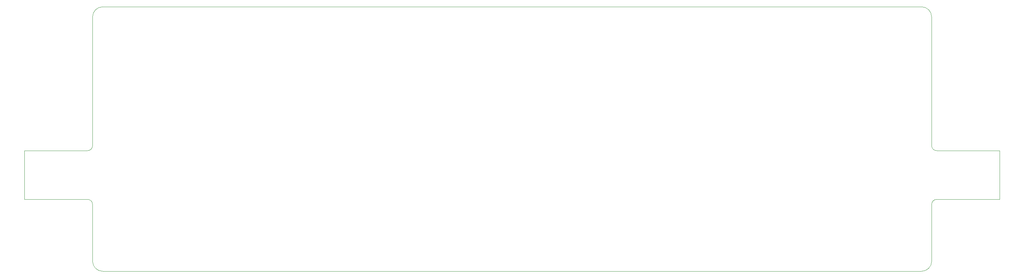
<source format=gbr>
%TF.GenerationSoftware,KiCad,Pcbnew,5.1.8-db9833491~88~ubuntu20.04.1*%
%TF.CreationDate,2020-12-13T16:07:54+05:30*%
%TF.ProjectId,halo,68616c6f-2e6b-4696-9361-645f70636258,v1*%
%TF.SameCoordinates,Original*%
%TF.FileFunction,Profile,NP*%
%FSLAX46Y46*%
G04 Gerber Fmt 4.6, Leading zero omitted, Abs format (unit mm)*
G04 Created by KiCad (PCBNEW 5.1.8-db9833491~88~ubuntu20.04.1) date 2020-12-13 16:07:54*
%MOMM*%
%LPD*%
G01*
G04 APERTURE LIST*
%TA.AperFunction,Profile*%
%ADD10C,0.050000*%
%TD*%
G04 APERTURE END LIST*
D10*
X244602000Y-123190000D02*
G75*
G02*
X242062000Y-125730000I-2540000J0D01*
G01*
X242062000Y-59436000D02*
G75*
G02*
X244602000Y-61976000I0J-2540000D01*
G01*
X37338000Y-125730000D02*
G75*
G02*
X34798000Y-123190000I0J2540000D01*
G01*
X34798000Y-61976000D02*
G75*
G02*
X37338000Y-59436000I2540000J0D01*
G01*
X244602000Y-108966000D02*
G75*
G02*
X245872000Y-107696000I1270000J0D01*
G01*
X245872000Y-95504000D02*
G75*
G02*
X244602000Y-94234000I0J1270000D01*
G01*
X33528000Y-107696000D02*
G75*
G02*
X34798000Y-108966000I0J-1270000D01*
G01*
X34798000Y-94234000D02*
G75*
G02*
X33528000Y-95504000I-1270000J0D01*
G01*
X37338000Y-125730000D02*
X139700000Y-125730000D01*
X34798000Y-108966000D02*
X34798000Y-123190000D01*
X17780000Y-107696000D02*
X33528000Y-107696000D01*
X17780000Y-107696000D02*
X17780000Y-95504000D01*
X17780000Y-95504000D02*
X33528000Y-95504000D01*
X34798000Y-94234000D02*
X34798000Y-61976000D01*
X139700000Y-59436000D02*
X242062000Y-59436000D01*
X244602000Y-94234000D02*
X244602000Y-61976000D01*
X245872000Y-95504000D02*
X261620000Y-95504000D01*
X261620000Y-107696000D02*
X261620000Y-95504000D01*
X245872000Y-107696000D02*
X261620000Y-107696000D01*
X244602000Y-108966000D02*
X244602000Y-123190000D01*
X139700000Y-125730000D02*
X242062000Y-125730000D01*
X37338000Y-59436000D02*
X139700000Y-59436000D01*
M02*

</source>
